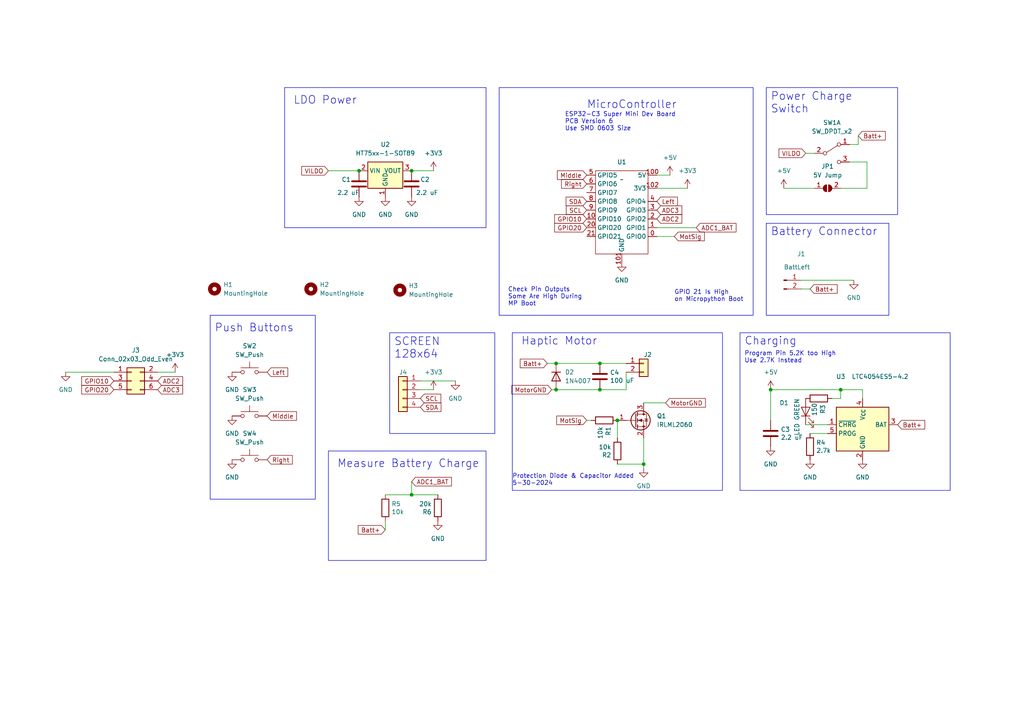
<source format=kicad_sch>
(kicad_sch (version 20230121) (generator eeschema)
  (paper "A4")
  (lib_symbols
    (symbol "00OMesp32c-micro:ESP32-C3-Micro"
      (property "Reference" "U1" (at 0 5.08 0))
      (property "Value" "~" (at 0 0 0))
      (symbol "ESP32-C3-Micro_0_1"
        (rectangle (start -7.62 2.54) (end 7.62 -21.59))
      )
      (symbol "ESP32-C3-Micro_1_1"
        (pin input line (at 10.16 -16.51 180) (length 2.54) (name "GPIO0") (number "0"))
        (pin input line (at 10.16 -13.97 180) (length 2.54) (name "GPIO1") (number "1"))
        (pin input line (at -10.16 -11.43 0) (length 2.54) (name "GPIO10") (number "10"))
        (pin input line (at 10.16 1.27 180) (length 2.54) (name "5V") (number "100"))
        (pin input line (at 0 -24.13 90) (length 2.54) (name "GND") (number "101"))
        (pin input line (at 10.16 -2.54 180) (length 2.54) (name "3V3") (number "102"))
        (pin input line (at 10.16 -11.43 180) (length 2.54) (name "GPIO2") (number "2"))
        (pin input line (at -10.16 -13.97 0) (length 2.54) (name "GPIO20") (number "20"))
        (pin input line (at -10.16 -16.51 0) (length 2.54) (name "GPIO21") (number "21"))
        (pin input line (at 10.16 -8.89 180) (length 2.54) (name "GPIO3") (number "3"))
        (pin input line (at 10.16 -6.35 180) (length 2.54) (name "GPIO4") (number "4"))
        (pin input line (at -10.16 1.27 0) (length 2.54) (name "GPIO5") (number "5"))
        (pin input line (at -10.16 -1.27 0) (length 2.54) (name "GPIO6") (number "6"))
        (pin input line (at -10.16 -3.81 0) (length 2.54) (name "GPIO7") (number "7"))
        (pin input line (at -10.16 -6.35 0) (length 2.54) (name "GPIO8") (number "8"))
        (pin input line (at -10.16 -8.89 0) (length 2.54) (name "GPIO9") (number "9"))
      )
    )
    (symbol "Battery_Management:LTC4054ES5-4.2"
      (property "Reference" "U" (at -5.842 6.604 0))
      (property "Value" "LTC4054ES5-4.2" (at 1.524 6.604 0))
      (symbol "LTC4054ES5-4.2_0_1"
        (rectangle (start -7.62 5.08) (end 7.62 -7.62) (stroke (width 0.254)) (fill (type background)))
      )
      (symbol "LTC4054ES5-4.2_1_1"
        (pin open_collector line (at -10.16 0 0) (length 2.54) (name "~{CHRG}") (number "1"))
        (pin power_in line (at 0 -10.16 90) (length 2.54) (name "GND") (number "2"))
        (pin power_out line (at 10.16 0 180) (length 2.54) (name "BAT") (number "3"))
        (pin power_in line (at 0 7.62 270) (length 2.54) (name "V_{CC}") (number "4"))
        (pin bidirectional line (at -10.16 -2.54 0) (length 2.54) (name "PROG") (number "5"))
      )
    )
    (symbol "Connector:Conn_01x02_Pin" (pin_names (offset 1.016) hide)
      (property "Reference" "J" (at 0 2.54 0))
      (property "Value" "Conn_01x02_Pin" (at 0 -5.08 0))
      (symbol "Conn_01x02_Pin_1_1"
        (polyline (pts (xy 1.27 -2.54) (xy 0.8636 -2.54)) (stroke (width 0.1524)))
        (polyline (pts (xy 1.27 0) (xy 0.8636 0)) (stroke (width 0.1524)))
        (rectangle (start 0.8636 -2.413) (end 0 -2.667) (stroke (width 0.1524)) (fill (type outline)))
        (rectangle (start 0.8636 0.127) (end 0 -0.127) (stroke (width 0.1524)) (fill (type outline)))
        (pin passive line (at 5.08 0 180) (length 3.81) (name "Pin_1") (number "1"))
        (pin passive line (at 5.08 -2.54 180) (length 3.81) (name "Pin_2") (number "2"))
      )
    )
    (symbol "Connector_Generic:Conn_01x02" (pin_names (offset 1.016) hide)
      (property "Reference" "J" (at 0 2.54 0))
      (property "Value" "Conn_01x02" (at 0 -5.08 0))
      (symbol "Conn_01x02_1_1"
        (rectangle (start -1.27 -2.413) (end 0 -2.667) (stroke (width 0.1524)))
        (rectangle (start -1.27 0.127) (end 0 -0.127) (stroke (width 0.1524)))
        (rectangle (start -1.27 1.27) (end 1.27 -3.81) (stroke (width 0.254)) (fill (type background)))
        (pin passive line (at -5.08 0 0) (length 3.81) (name "Pin_1") (number "1"))
        (pin passive line (at -5.08 -2.54 0) (length 3.81) (name "Pin_2") (number "2"))
      )
    )
    (symbol "Connector_Generic:Conn_01x04" (pin_names (offset 1.016) hide)
      (property "Reference" "J" (at 0 5.08 0))
      (property "Value" "Conn_01x04" (at 0 -7.62 0))
      (symbol "Conn_01x04_1_1"
        (rectangle (start -1.27 -4.953) (end 0 -5.207) (stroke (width 0.1524)))
        (rectangle (start -1.27 -2.413) (end 0 -2.667) (stroke (width 0.1524)))
        (rectangle (start -1.27 0.127) (end 0 -0.127) (stroke (width 0.1524)))
        (rectangle (start -1.27 2.667) (end 0 2.413) (stroke (width 0.1524)))
        (rectangle (start -1.27 3.81) (end 1.27 -6.35) (stroke (width 0.254)) (fill (type background)))
        (pin passive line (at -5.08 2.54 0) (length 3.81) (name "Pin_1") (number "1"))
        (pin passive line (at -5.08 0 0) (length 3.81) (name "Pin_2") (number "2"))
        (pin passive line (at -5.08 -2.54 0) (length 3.81) (name "Pin_3") (number "3"))
        (pin passive line (at -5.08 -5.08 0) (length 3.81) (name "Pin_4") (number "4"))
      )
    )
    (symbol "Connector_Generic:Conn_02x03_Odd_Even" (pin_names (offset 1.016) hide)
      (property "Reference" "J" (at 1.27 5.08 0))
      (property "Value" "Conn_02x03_Odd_Even" (at 1.27 -5.08 0))
      (symbol "Conn_02x03_Odd_Even_1_1"
        (rectangle (start -1.27 -2.413) (end 0 -2.667) (stroke (width 0.1524)))
        (rectangle (start -1.27 0.127) (end 0 -0.127) (stroke (width 0.1524)))
        (rectangle (start -1.27 2.667) (end 0 2.413) (stroke (width 0.1524)))
        (rectangle (start -1.27 3.81) (end 3.81 -3.81) (stroke (width 0.254)) (fill (type background)))
        (rectangle (start 3.81 -2.413) (end 2.54 -2.667) (stroke (width 0.1524)))
        (rectangle (start 3.81 0.127) (end 2.54 -0.127) (stroke (width 0.1524)))
        (rectangle (start 3.81 2.667) (end 2.54 2.413) (stroke (width 0.1524)))
        (pin passive line (at -5.08 2.54 0) (length 3.81) (name "Pin_1") (number "1"))
        (pin passive line (at 7.62 2.54 180) (length 3.81) (name "Pin_2") (number "2"))
        (pin passive line (at -5.08 0 0) (length 3.81) (name "Pin_3") (number "3"))
        (pin passive line (at 7.62 0 180) (length 3.81) (name "Pin_4") (number "4"))
        (pin passive line (at -5.08 -2.54 0) (length 3.81) (name "Pin_5") (number "5"))
        (pin passive line (at 7.62 -2.54 180) (length 3.81) (name "Pin_6") (number "6"))
      )
    )
    (symbol "Device:C" (pin_numbers hide) (pin_names (offset 0.254))
      (property "Reference" "C" (at 0.635 2.54 0))
      (property "Value" "C" (at 0.635 -2.54 0))
      (symbol "C_0_1"
        (polyline (pts (xy -2.032 -0.762) (xy 2.032 -0.762)) (stroke (width 0.508)))
        (polyline (pts (xy -2.032 0.762) (xy 2.032 0.762)) (stroke (width 0.508)))
      )
      (symbol "C_1_1"
        (pin passive line (at 0 3.81 270) (length 2.794) (name "~") (number "1"))
        (pin passive line (at 0 -3.81 90) (length 2.794) (name "~") (number "2"))
      )
    )
    (symbol "Device:LED" (pin_numbers hide) (pin_names (offset 1.016) hide)
      (property "Reference" "D" (at 0 2.54 0))
      (property "Value" "LED" (at 0 -2.54 0))
      (symbol "LED_0_1"
        (polyline (pts (xy -1.27 -1.27) (xy -1.27 1.27)) (stroke (width 0.2032)))
        (polyline (pts (xy -1.27 0) (xy 1.27 0)))
        (polyline (pts (xy 1.27 -1.27) (xy 1.27 1.27) (xy -1.27 0) (xy 1.27 -1.27)) (stroke (width 0.2032)))
        (polyline (pts (xy -3.048 -0.762) (xy -4.572 -2.286) (xy -3.81 -2.286) (xy -4.572 -2.286) (xy -4.572 -1.524)))
        (polyline (pts (xy -1.778 -0.762) (xy -3.302 -2.286) (xy -2.54 -2.286) (xy -3.302 -2.286) (xy -3.302 -1.524)))
      )
      (symbol "LED_1_1"
        (pin passive line (at -3.81 0 0) (length 2.54) (name "K") (number "1"))
        (pin passive line (at 3.81 0 180) (length 2.54) (name "A") (number "2"))
      )
    )
    (symbol "Device:R" (pin_numbers hide) (pin_names (offset 0))
      (property "Reference" "R" (at 2.032 0 90))
      (property "Value" "R" (at 0 0 90))
      (symbol "R_0_1"
        (rectangle (start -1.016 -2.54) (end 1.016 2.54) (stroke (width 0.254)))
      )
      (symbol "R_1_1"
        (pin passive line (at 0 3.81 270) (length 1.27) (name "~") (number "1"))
        (pin passive line (at 0 -3.81 90) (length 1.27) (name "~") (number "2"))
      )
    )
    (symbol "Diode:1N4007" (pin_numbers hide) (pin_names hide)
      (property "Reference" "D" (at 0 2.54 0))
      (property "Value" "1N4007" (at 0 -2.54 0))
      (symbol "1N4007_0_1"
        (polyline (pts (xy -1.27 1.27) (xy -1.27 -1.27)) (stroke (width 0.254)))
        (polyline (pts (xy 1.27 0) (xy -1.27 0)))
        (polyline (pts (xy 1.27 1.27) (xy 1.27 -1.27) (xy -1.27 0) (xy 1.27 1.27)) (stroke (width 0.254)))
      )
      (symbol "1N4007_1_1"
        (pin passive line (at -3.81 0 0) (length 2.54) (name "K") (number "1"))
        (pin passive line (at 3.81 0 180) (length 2.54) (name "A") (number "2"))
      )
    )
    (symbol "Jumper:SolderJumper_2_Open" (pin_names (offset 0) hide)
      (property "Reference" "JP" (at 0 2.032 0))
      (property "Value" "SolderJumper_2_Open" (at 0 -2.54 0))
      (symbol "SolderJumper_2_Open_0_1"
        (arc (start -0.254 1.016) (mid -1.2656 0) (end -0.254 -1.016))
        (arc (start -0.254 1.016) (mid -1.2656 0) (end -0.254 -1.016) (fill (type outline)))
        (polyline (pts (xy -0.254 1.016) (xy -0.254 -1.016)))
        (polyline (pts (xy 0.254 1.016) (xy 0.254 -1.016)))
        (arc (start 0.254 -1.016) (mid 1.2656 0) (end 0.254 1.016))
        (arc (start 0.254 -1.016) (mid 1.2656 0) (end 0.254 1.016) (fill (type outline)))
      )
      (symbol "SolderJumper_2_Open_1_1"
        (pin passive line (at -3.81 0 0) (length 2.54) (name "A") (number "1"))
        (pin passive line (at 3.81 0 180) (length 2.54) (name "B") (number "2"))
      )
    )
    (symbol "Mechanical:MountingHole" (pin_names (offset 1.016))
      (property "Reference" "H" (at 0 5.08 0))
      (property "Value" "MountingHole" (at 0 3.175 0))
      (symbol "MountingHole_0_1"
        (circle (center 0 0) (radius 1.27) (stroke (width 1.27)))
      )
    )
    (symbol "Regulator_Linear:HT75xx-1-SOT89"
      (property "Reference" "U" (at -5.08 -3.81 0))
      (property "Value" "HT75xx-1-SOT89" (at 0 6.35 0))
      (symbol "HT75xx-1-SOT89_0_1"
        (rectangle (start -5.08 5.08) (end 5.08 -2.54) (stroke (width 0.254)) (fill (type background)))
      )
      (symbol "HT75xx-1-SOT89_1_1"
        (pin power_in line (at 0 -5.08 90) (length 2.54) (name "GND") (number "1"))
        (pin power_in line (at -7.62 2.54 0) (length 2.54) (name "VIN") (number "2"))
        (pin power_out line (at 7.62 2.54 180) (length 2.54) (name "VOUT") (number "3"))
      )
    )
    (symbol "Switch:SW_DPDT_x2" (pin_names (offset 0) hide)
      (property "Reference" "SW" (at 0 4.318 0))
      (property "Value" "SW_DPDT_x2" (at 0 -5.08 0))
      (symbol "SW_DPDT_x2_0_0"
        (circle (center -2.032 0) (radius 0.508))
        (circle (center 2.032 -2.54) (radius 0.508))
      )
      (symbol "SW_DPDT_x2_0_1"
        (polyline (pts (xy -1.524 0.254) (xy 1.651 2.286)))
        (circle (center 2.032 2.54) (radius 0.508))
      )
      (symbol "SW_DPDT_x2_1_1"
        (pin passive line (at 5.08 2.54 180) (length 2.54) (name "A") (number "1"))
        (pin passive line (at -5.08 0 0) (length 2.54) (name "B") (number "2"))
        (pin passive line (at 5.08 -2.54 180) (length 2.54) (name "C") (number "3"))
      )
      (symbol "SW_DPDT_x2_2_1"
        (pin passive line (at 5.08 2.54 180) (length 2.54) (name "A") (number "4"))
        (pin passive line (at -5.08 0 0) (length 2.54) (name "B") (number "5"))
        (pin passive line (at 5.08 -2.54 180) (length 2.54) (name "C") (number "6"))
      )
    )
    (symbol "Switch:SW_Push" (pin_numbers hide) (pin_names (offset 1.016) hide)
      (property "Reference" "SW" (at 1.27 2.54 0))
      (property "Value" "SW_Push" (at 0 -1.524 0))
      (symbol "SW_Push_0_1"
        (circle (center -2.032 0) (radius 0.508))
        (polyline (pts (xy 0 1.27) (xy 0 3.048)))
        (polyline (pts (xy 2.54 1.27) (xy -2.54 1.27)))
        (circle (center 2.032 0) (radius 0.508))
        (pin passive line (at -5.08 0 0) (length 2.54) (name "1") (number "1"))
        (pin passive line (at 5.08 0 180) (length 2.54) (name "2") (number "2"))
      )
    )
    (symbol "Transistor_FET:IRLML2060" (pin_names hide)
      (property "Reference" "Q" (at 5.08 1.905 0))
      (property "Value" "IRLML2060" (at 5.08 0 0))
      (symbol "IRLML2060_0_1"
        (polyline (pts (xy 0.254 0) (xy -2.54 0)))
        (polyline (pts (xy 0.254 1.905) (xy 0.254 -1.905)) (stroke (width 0.254)))
        (polyline (pts (xy 0.762 -1.27) (xy 0.762 -2.286)) (stroke (width 0.254)))
        (polyline (pts (xy 0.762 0.508) (xy 0.762 -0.508)) (stroke (width 0.254)))
        (polyline (pts (xy 0.762 2.286) (xy 0.762 1.27)) (stroke (width 0.254)))
        (polyline (pts (xy 2.54 2.54) (xy 2.54 1.778)))
        (polyline (pts (xy 2.54 -2.54) (xy 2.54 0) (xy 0.762 0)))
        (polyline (pts (xy 0.762 -1.778) (xy 3.302 -1.778) (xy 3.302 1.778) (xy 0.762 1.778)))
        (polyline (pts (xy 1.016 0) (xy 2.032 0.381) (xy 2.032 -0.381) (xy 1.016 0)) (fill (type outline)))
        (polyline (pts (xy 2.794 0.508) (xy 2.921 0.381) (xy 3.683 0.381) (xy 3.81 0.254)))
        (polyline (pts (xy 3.302 0.381) (xy 2.921 -0.254) (xy 3.683 -0.254) (xy 3.302 0.381)))
        (circle (center 1.651 0) (radius 2.794) (stroke (width 0.254)))
        (circle (center 2.54 -1.778) (radius 0.254) (fill (type outline)))
        (circle (center 2.54 1.778) (radius 0.254) (fill (type outline)))
      )
      (symbol "IRLML2060_1_1"
        (pin input line (at -5.08 0 0) (length 2.54) (name "G") (number "1"))
        (pin passive line (at 2.54 -5.08 90) (length 2.54) (name "S") (number "2"))
        (pin passive line (at 2.54 5.08 270) (length 2.54) (name "D") (number "3"))
      )
    )
    (symbol "power:+3V3" (power) (pin_names (offset 0))
      (property "Value" "+3V3" (at 0 3.556 0))
      (symbol "+3V3_0_1"
        (polyline (pts (xy -0.762 1.27) (xy 0 2.54)))
        (polyline (pts (xy 0 0) (xy 0 2.54)))
        (polyline (pts (xy 0 2.54) (xy 0.762 1.27)))
      )
      (symbol "+3V3_1_1"
        (pin power_in line (at 0 0 90) (length 0) hide (name "+3V3") (number "1"))
      )
    )
    (symbol "power:+5V" (power) (pin_names (offset 0))
      (property "Value" "+5V" (at 0 3.556 0))
      (symbol "+5V_0_1"
        (polyline (pts (xy -0.762 1.27) (xy 0 2.54)))
        (polyline (pts (xy 0 0) (xy 0 2.54)))
        (polyline (pts (xy 0 2.54) (xy 0.762 1.27)))
      )
      (symbol "+5V_1_1"
        (pin power_in line (at 0 0 90) (length 0) hide (name "+5V") (number "1"))
      )
    )
    (symbol "power:GND" (power) (pin_names (offset 0))
      (property "Value" "GND" (at 0 -3.81 0))
      (symbol "GND_0_1"
        (polyline (pts (xy 0 0) (xy 0 -1.27) (xy 1.27 -1.27) (xy 0 -2.54) (xy -1.27 -1.27) (xy 0 -1.27)))
      )
      (symbol "GND_1_1"
        (pin power_in line (at 0 0 270) (length 0) hide (name "GND") (number "1"))
      )
    )
  )
  (junction (at 243.84 113.03))
  (junction (at 186.69 134.62))
  (junction (at 179.07 121.92))
  (junction (at 161.29 105.41))
  (junction (at 119.38 143.51))
  (junction (at 223.52 113.03))
  (junction (at 161.29 113.03))
  (junction (at 173.99 113.03))
  (junction (at 119.38 49.53))
  (junction (at 173.99 105.41))
  (junction (at 104.14 49.53))
  (wire (pts (xy 250.19 113.03) (xy 250.19 115.57)))
  (wire (pts (xy 195.58 68.58) (xy 190.5 68.58)))
  (wire (pts (xy 171.45 121.92) (xy 170.18 121.92)))
  (wire (pts (xy 241.3 115.57) (xy 243.84 115.57)))
  (wire (pts (xy 251.46 46.99) (xy 246.38 46.99)))
  (wire (pts (xy 193.04 116.84) (xy 186.69 116.84)))
  (wire (pts (xy 179.07 127) (xy 179.07 121.92)))
  (wire (pts (xy 161.29 105.41) (xy 173.99 105.41)))
  (wire (pts (xy 179.07 134.62) (xy 186.69 134.62)))
  (wire (pts (xy 161.29 113.03) (xy 160.02 113.03)))
  (wire (pts (xy 111.76 153.67) (xy 111.76 151.13)))
  (wire (pts (xy 233.68 123.19) (xy 240.03 123.19)))
  (wire (pts (xy 119.38 143.51) (xy 127 143.51)))
  (wire (pts (xy 181.61 107.95) (xy 181.61 113.03)))
  (wire (pts (xy 234.95 83.82) (xy 232.41 83.82)))
  (wire (pts (xy 19.05 107.95) (xy 33.02 107.95)))
  (wire (pts (xy 232.41 81.28) (xy 247.65 81.28)))
  (wire (pts (xy 233.68 44.45) (xy 236.22 44.45)))
  (wire (pts (xy 186.69 135.89) (xy 186.69 134.62)))
  (wire (pts (xy 181.61 113.03) (xy 173.99 113.03)))
  (wire (pts (xy 248.92 41.91) (xy 246.38 41.91)))
  (wire (pts (xy 132.08 110.49) (xy 121.92 110.49)))
  (wire (pts (xy 173.99 105.41) (xy 181.61 105.41)))
  (wire (pts (xy 119.38 139.7) (xy 119.38 143.51)))
  (wire (pts (xy 199.39 54.61) (xy 190.5 54.61)))
  (wire (pts (xy 243.84 115.57) (xy 243.84 113.03)))
  (wire (pts (xy 125.73 113.03) (xy 121.92 113.03)))
  (wire (pts (xy 95.25 49.53) (xy 104.14 49.53)))
  (wire (pts (xy 111.76 143.51) (xy 119.38 143.51)))
  (wire (pts (xy 251.46 46.99) (xy 251.46 54.61)))
  (wire (pts (xy 243.84 113.03) (xy 250.19 113.03)))
  (wire (pts (xy 227.33 54.61) (xy 236.22 54.61)))
  (wire (pts (xy 186.69 134.62) (xy 186.69 127)))
  (wire (pts (xy 201.93 66.04) (xy 190.5 66.04)))
  (wire (pts (xy 248.92 39.37) (xy 248.92 41.91)))
  (wire (pts (xy 194.31 50.8) (xy 190.5 50.8)))
  (wire (pts (xy 125.73 49.53) (xy 119.38 49.53)))
  (wire (pts (xy 158.75 105.41) (xy 161.29 105.41)))
  (wire (pts (xy 50.8 107.95) (xy 45.72 107.95)))
  (wire (pts (xy 234.95 125.73) (xy 240.03 125.73)))
  (wire (pts (xy 223.52 113.03) (xy 243.84 113.03)))
  (wire (pts (xy 173.99 113.03) (xy 161.29 113.03)))
  (wire (pts (xy 251.46 54.61) (xy 243.84 54.61)))
  (wire (pts (xy 223.52 121.92) (xy 223.52 113.03)))
  (rectangle (start 95.25 130.81) (end 140.97 162.56))
  (rectangle (start 222.25 64.77) (end 257.81 91.44))
  (rectangle (start 82.55 25.4) (end 140.97 66.04))
  (rectangle (start 148.59 96.52) (end 209.55 142.24))
  (rectangle (start 222.25 25.4) (end 260.35 62.23))
  (rectangle (start 60.96 91.44) (end 91.44 144.78))
  (rectangle (start 113.03 96.52) (end 143.51 125.73))
  (rectangle (start 214.63 96.52) (end 275.59 142.24))
  (rectangle (start 144.78 25.4) (end 218.44 91.44))
  (text "Measure Battery Charge" (at 97.79 135.89 0) (effects (font (size 2.27 2.27)) (justify left bottom)))
  (text "Check Pin Outputs\nSome Are High During\nMP Boot" (at 147.32 88.9 0) (effects (font (size 1.27 1.27)) (justify left bottom)))
  (text "Protection Diode & Capacitor Added\n5-30-2024" (at 148.59 140.97 0) (effects (font (size 1.27 1.27)) (justify left bottom)))
  (text "GPIO 21 Is High\non Micropython Boot" (at 195.58 87.63 0) (effects (font (size 1.27 1.27)) (justify left bottom)))
  (text "LDO Power" (at 85.09 30.48 0) (effects (font (size 2.27 2.27)) (justify left bottom)))
  (text "Haptic Motor" (at 151.13 100.33 0) (effects (font (size 2.27 2.27)) (justify left bottom)))
  (text "Battery Connector" (at 223.52 68.58 0) (effects (font (size 2.27 2.27)) (justify left bottom)))
  (text "Power Charge\nSwitch" (at 223.52 33.02 0) (effects (font (size 2.27 2.27)) (justify left bottom)))
  (text "Charging\n" (at 215.9 100.33 0) (effects (font (size 2.27 2.27)) (justify left bottom)))
  (text "Push Buttons" (at 62.23 96.52 0) (effects (font (size 2.27 2.27)) (justify left bottom)))
  (text "Program Pin 5.2K too High\nUse 2.7K Instead\n" (at 215.9 105.41 0) (effects (font (size 1.27 1.27)) (justify left bottom)))
  (text "SCREEN\n128x64" (at 114.3 104.14 0) (effects (font (size 2.27 2.27)) (justify left bottom)))
  (text "MicroController" (at 170.18 31.75 0) (effects (font (size 2.27 2.27)) (justify left bottom)))
  (text "ESP32-C3 Super Mini Dev Board\nPCB Version 6\nUse SMD 0603 Size" (at 163.83 38.1 0) (effects (font (size 1.27 1.27)) (justify left bottom)))
  (global_label "SDA" (shape input) (at 121.92 118.11 0) (property "Intersheetrefs" "${INTERSHEET_REFS}" (effects hide)))
  (global_label "Batt+" (shape input) (at 158.75 105.41 180) (property "Intersheetrefs" "${INTERSHEET_REFS}" (effects hide)))
  (global_label "Left" (shape input) (at 190.5 58.42 0) (property "Intersheetrefs" "${INTERSHEET_REFS}" (effects hide)))
  (global_label "SCL" (shape input) (at 121.92 115.57 0) (property "Intersheetrefs" "${INTERSHEET_REFS}" (effects hide)))
  (global_label "GPIO10" (shape input) (at 33.02 110.49 180) (property "Intersheetrefs" "${INTERSHEET_REFS}" (effects hide)))
  (global_label "ADC1_BAT" (shape input) (at 119.38 139.7 0) (property "Intersheetrefs" "${INTERSHEET_REFS}" (effects hide)))
  (global_label "Middle" (shape input) (at 170.18 50.8 180) (property "Intersheetrefs" "${INTERSHEET_REFS}" (effects hide)))
  (global_label "ADC2" (shape input) (at 45.72 110.49 0) (property "Intersheetrefs" "${INTERSHEET_REFS}" (effects hide)))
  (global_label "VILDO" (shape input) (at 95.25 49.53 180) (property "Intersheetrefs" "${INTERSHEET_REFS}" (effects hide)))
  (global_label "ADC3" (shape input) (at 190.5 60.96 0) (property "Intersheetrefs" "${INTERSHEET_REFS}" (effects hide)))
  (global_label "ADC3" (shape input) (at 45.72 113.03 0) (property "Intersheetrefs" "${INTERSHEET_REFS}" (effects hide)))
  (global_label "Left" (shape input) (at 77.47 107.95 0) (property "Intersheetrefs" "${INTERSHEET_REFS}" (effects hide)))
  (global_label "Batt+" (shape input) (at 234.95 83.82 0) (property "Intersheetrefs" "${INTERSHEET_REFS}" (effects hide)))
  (global_label "MotSig" (shape input) (at 170.18 121.92 180) (property "Intersheetrefs" "${INTERSHEET_REFS}" (effects hide)))
  (global_label "Batt+" (shape input) (at 111.76 153.67 180) (property "Intersheetrefs" "${INTERSHEET_REFS}" (effects hide)))
  (global_label "ADC1_BAT" (shape input) (at 201.93 66.04 0) (property "Intersheetrefs" "${INTERSHEET_REFS}" (effects hide)))
  (global_label "GPIO10" (shape input) (at 170.18 63.5 180) (property "Intersheetrefs" "${INTERSHEET_REFS}" (effects hide)))
  (global_label "Right" (shape input) (at 170.18 53.34 180) (property "Intersheetrefs" "${INTERSHEET_REFS}" (effects hide)))
  (global_label "Right" (shape input) (at 77.47 133.35 0) (property "Intersheetrefs" "${INTERSHEET_REFS}" (effects hide)))
  (global_label "Middle" (shape input) (at 77.47 120.65 0) (property "Intersheetrefs" "${INTERSHEET_REFS}" (effects hide)))
  (global_label "MotorGND" (shape input) (at 193.04 116.84 0) (property "Intersheetrefs" "${INTERSHEET_REFS}" (effects hide)))
  (global_label "Batt+" (shape input) (at 248.92 39.37 0) (property "Intersheetrefs" "${INTERSHEET_REFS}" (effects hide)))
  (global_label "GPIO20" (shape input) (at 33.02 113.03 180) (property "Intersheetrefs" "${INTERSHEET_REFS}" (effects hide)))
  (global_label "ADC2" (shape input) (at 190.5 63.5 0) (property "Intersheetrefs" "${INTERSHEET_REFS}" (effects hide)))
  (global_label "MotSig" (shape input) (at 195.58 68.58 0) (property "Intersheetrefs" "${INTERSHEET_REFS}" (effects hide)))
  (global_label "SDA" (shape input) (at 170.18 58.42 180) (property "Intersheetrefs" "${INTERSHEET_REFS}" (effects hide)))
  (global_label "GPIO20" (shape input) (at 170.18 66.04 180) (property "Intersheetrefs" "${INTERSHEET_REFS}" (effects hide)))
  (global_label "MotorGND" (shape input) (at 160.02 113.03 180) (property "Intersheetrefs" "${INTERSHEET_REFS}" (effects hide)))
  (global_label "Batt+" (shape input) (at 260.35 123.19 0) (property "Intersheetrefs" "${INTERSHEET_REFS}" (effects hide)))
  (global_label "VILDO" (shape input) (at 233.68 44.45 180) (property "Intersheetrefs" "${INTERSHEET_REFS}" (effects hide)))
  (global_label "SCL" (shape input) (at 170.18 60.96 180) (property "Intersheetrefs" "${INTERSHEET_REFS}" (effects hide)))
  (symbol (lib_id "Device:R") (at 175.26 121.92 270) (unit 1)
    (property "Reference" "R1" (at 176.4284 123.698 0) (effects (justify left)))
    (property "Value" "10k" (at 174.117 123.698 0) (effects (justify left)))
    (property "Footprint" "Resistor_SMD:R_0603_1608Metric" (effects hide))
    (property "JLCPN" "C25744" (effects hide))
  )
  (symbol (lib_id "power:GND") (at 234.95 133.35 0) (unit 1)
    (property "Reference" "#PWR08" (effects hide))
    (property "Value" "GND" (at 234.95 138.43 0))
  )
  (symbol (lib_id "Device:C") (at 223.52 125.73 180) (unit 1)
    (property "Reference" "C3" (at 226.441 124.5616 0) (effects (justify right)))
    (property "Value" "2.2 uF" (at 226.441 126.873 0) (effects (justify right)))
    (property "Footprint" "Capacitor_SMD:C_0603_1608Metric" (effects hide))
    (property "JLCPN" "C12530" (effects hide))
  )
  (symbol (lib_id "Device:R") (at 234.95 129.54 0) (unit 1)
    (property "Reference" "R4" (at 236.728 128.3716 0) (effects (justify left)))
    (property "Value" "2.7k" (at 236.728 130.683 0) (effects (justify left)))
    (property "Footprint" "Resistor_SMD:R_0603_1608Metric" (effects hide))
    (property "JLCPN" "C25905" (effects hide))
  )
  (symbol (lib_id "power:GND") (at 180.34 76.2 0) (unit 1)
    (property "Reference" "#PWR020" (effects hide))
    (property "Value" "GND" (at 180.34 81.28 0))
  )
  (symbol (lib_id "Device:LED") (at 233.68 119.38 90) (unit 1)
    (property "Reference" "D1" (at 226.06 116.84 90) (effects (justify right)))
    (property "Value" "LED GREEN" (at 231.14 115.57 0) (effects (justify right)))
    (property "Footprint" "LED_SMD:LED_0805_2012Metric" (effects hide))
    (property "JLCPN" "C72043" (effects hide))
  )
  (symbol (lib_id "Device:C") (at 104.14 53.34 180) (unit 1)
    (property "Reference" "C1" (at 99.06 52.07 0) (effects (justify right)))
    (property "Value" "2.2 uF" (at 97.79 55.88 0) (effects (justify right)))
    (property "Footprint" "Capacitor_SMD:C_0603_1608Metric" (effects hide))
    (property "JLCPN" "C12530" (effects hide))
  )
  (symbol (lib_id "power:+3V3") (at 50.8 107.95 0) (unit 1)
    (property "Reference" "#PWR011" (effects hide))
    (property "Value" "+3V3" (at 50.8 102.87 0))
  )
  (symbol (lib_id "power:GND") (at 223.52 129.54 0) (unit 1)
    (property "Reference" "#PWR014" (effects hide))
    (property "Value" "GND" (at 223.52 134.62 0))
  )
  (symbol (lib_id "Device:R") (at 179.07 130.81 180) (unit 1)
    (property "Reference" "R2" (at 177.292 131.9784 0) (effects (justify left)))
    (property "Value" "10k" (at 177.292 129.667 0) (effects (justify left)))
    (property "Footprint" "Resistor_SMD:R_0603_1608Metric" (effects hide))
    (property "JLCPN" "C25744" (effects hide))
  )
  (symbol (lib_id "power:GND") (at 250.19 133.35 0) (unit 1)
    (property "Reference" "#PWR012" (effects hide))
    (property "Value" "GND" (at 250.19 138.43 0))
  )
  (symbol (lib_id "Device:R") (at 237.49 115.57 270) (unit 1)
    (property "Reference" "R3" (at 238.6584 117.348 0) (effects (justify left)))
    (property "Value" "150" (at 236.22 116.84 0) (effects (justify left)))
    (property "Footprint" "Resistor_SMD:R_0603_1608Metric" (effects hide))
    (property "JLCPN" "C4109" (effects hide))
  )
  (symbol (lib_id "power:GND") (at 19.05 107.95 0) (unit 1)
    (property "Reference" "#PWR02" (effects hide))
    (property "Value" "GND" (at 19.05 113.03 0))
  )
  (symbol (lib_id "Connector_Generic:Conn_02x03_Odd_Even") (at 38.1 110.49 0) (unit 1)
    (property "Reference" "J3" (at 39.37 101.6 0))
    (property "Value" "Conn_02x03_Odd_Even" (at 39.37 104.14 0))
    (property "Footprint" "Connector_PinHeader_2.54mm:PinHeader_2x03_P2.54mm_Vertical" (effects hide))
  )
  (symbol (lib_id "power:+3V3") (at 125.73 113.03 0) (unit 1)
    (property "Reference" "#PWR05" (effects hide))
    (property "Value" "+3V3" (at 125.73 107.95 0))
  )
  (symbol (lib_id "Battery_Management:LTC4054ES5-4.2") (at 250.19 123.19 0) (unit 1)
    (property "Reference" "U3" (at 243.84 109.22 0))
    (property "Value" "LTC4054ES5-4.2" (at 255.27 109.22 0))
    (property "Footprint" "Package_TO_SOT_SMD:TSOT-23-5" (effects hide))
    (property "Datasheet" "https://www.analog.com/media/en/technical-documentation/data-sheets/405442xf.pdf" (effects hide))
  )
  (symbol (lib_id "power:GND") (at 67.31 133.35 0) (unit 1)
    (property "Reference" "#PWR017" (effects hide))
    (property "Value" "GND" (at 67.31 138.43 0))
  )
  (symbol (lib_id "power:+3V3") (at 199.39 54.61 0) (unit 1)
    (property "Reference" "#PWR021" (effects hide))
    (property "Value" "+3V3" (at 199.39 49.53 0))
  )
  (symbol (lib_id "power:GND") (at 67.31 120.65 0) (unit 1)
    (property "Reference" "#PWR016" (effects hide))
    (property "Value" "GND" (at 67.31 125.73 0))
  )
  (symbol (lib_id "power:GND") (at 119.38 57.15 0) (unit 1)
    (property "Reference" "#PWR09" (effects hide))
    (property "Value" "GND" (at 119.38 62.23 0))
  )
  (symbol (lib_id "Mechanical:MountingHole") (at 90.17 83.82 0) (unit 1)
    (property "Reference" "H2" (at 92.71 82.55 0) (effects (justify left)))
    (property "Value" "MountingHole" (at 92.71 85.09 0) (effects (justify left)))
    (property "Footprint" "MountingHole:MountingHole_2.5mm" (effects hide))
  )
  (symbol (lib_id "Connector_Generic:Conn_01x02") (at 186.69 105.41 0) (unit 1)
    (property "Reference" "J2" (at 186.69 102.87 0) (effects (justify left)))
    (property "Value" "Conn_01x02" (effects hide))
    (property "Footprint" "Connector_PinHeader_2.00mm:PinHeader_1x02_P2.00mm_Vertical" (effects hide))
  )
  (symbol (lib_id "power:GND") (at 67.31 107.95 0) (unit 1)
    (property "Reference" "#PWR015" (effects hide))
    (property "Value" "GND" (at 67.31 113.03 0))
  )
  (symbol (lib_id "Device:C") (at 119.38 53.34 180) (unit 1)
    (property "Reference" "C2" (at 121.92 52.07 0) (effects (justify right)))
    (property "Value" "2.2 uF" (at 120.65 55.88 0) (effects (justify right)))
    (property "Footprint" "Capacitor_SMD:C_0603_1608Metric" (effects hide))
    (property "JLCPN" "C12530" (effects hide))
  )
  (symbol (lib_id "Connector:Conn_01x02_Pin") (at 227.33 81.28 0) (unit 1)
    (property "Reference" "J1" (at 232.41 73.66 0))
    (property "Value" "BattLeft" (at 231.14 77.47 0))
    (property "Footprint" "Connector_JST:JST_EH_S2B-EH_1x02_P2.50mm_Horizontal" (effects hide))
  )
  (symbol (lib_id "Mechanical:MountingHole") (at 115.9802 84.145 0) (unit 1)
    (property "Reference" "H3" (at 118.5202 82.875 0) (effects (justify left)))
    (property "Value" "MountingHole" (at 118.5202 85.415 0) (effects (justify left)))
    (property "Footprint" "MountingHole:MountingHole_2.5mm" (effects hide))
  )
  (symbol (lib_id "power:+5V") (at 223.52 113.03 0) (unit 1)
    (property "Reference" "#PWR013" (effects hide))
    (property "Value" "+5V" (at 223.52 107.95 0))
  )
  (symbol (lib_id "Device:C") (at 173.99 109.22 180) (unit 1)
    (property "Reference" "C4" (at 176.911 108.0516 0) (effects (justify right)))
    (property "Value" "100 uF" (at 176.911 110.363 0) (effects (justify right)))
    (property "Footprint" "Capacitor_SMD:C_0603_1608Metric" (effects hide))
    (property "JLCPN" "C12530" (effects hide))
  )
  (symbol (lib_id "Mechanical:MountingHole") (at 62.23 83.82 0) (unit 1)
    (property "Reference" "H1" (at 64.77 82.55 0) (effects (justify left)))
    (property "Value" "MountingHole" (at 64.77 85.09 0) (effects (justify left)))
    (property "Footprint" "MountingHole:MountingHole_2.5mm" (effects hide))
  )
  (symbol (lib_id "power:GND") (at 186.69 135.89 0) (unit 1)
    (property "Reference" "#PWR022" (effects hide))
    (property "Value" "GND" (at 186.69 140.97 0))
  )
  (symbol (lib_id "Switch:SW_Push") (at 72.39 107.95 0) (unit 1)
    (property "Reference" "SW2" (at 72.39 100.33 0))
    (property "Value" "SW_Push" (at 72.39 102.87 0))
    (property "Footprint" "Button_Switch_THT:SW_PUSH_6mm_H7.3mm" (effects hide))
  )
  (symbol (lib_id "Switch:SW_DPDT_x2") (at 241.3 44.45 0) (unit 1)
    (property "Reference" "SW1" (at 241.3 35.56 0))
    (property "Value" "SW_DPDT_x2" (at 241.3 38.1 0))
    (property "Footprint" "OpenMuscleDevKit:Switch3Pin" (effects hide))
  )
  (symbol (lib_id "power:GND") (at 132.08 110.49 0) (unit 1)
    (property "Reference" "#PWR018" (effects hide))
    (property "Value" "GND" (at 132.08 115.57 0))
  )
  (symbol (lib_id "Switch:SW_Push") (at 72.39 133.35 0) (unit 1)
    (property "Reference" "SW4" (at 72.39 125.73 0))
    (property "Value" "SW_Push" (at 72.39 128.27 0))
    (property "Footprint" "Button_Switch_THT:SW_PUSH_6mm_H7.3mm" (effects hide))
  )
  (symbol (lib_id "power:GND") (at 104.14 57.15 0) (unit 1)
    (property "Reference" "#PWR04" (effects hide))
    (property "Value" "GND" (at 104.14 62.23 0))
  )
  (symbol (lib_id "00OMesp32c-micro:ESP32-C3-Micro") (at 180.34 52.07 0) (unit 1)
    (property "Reference" "U1" (at 180.34 46.99 0))
    (property "Value" "~" (at 180.34 52.07 0))
    (property "Footprint" "OpenMuscleDevKit:ESP32-C3-Super Mini" (effects hide))
  )
  (symbol (lib_id "Switch:SW_Push") (at 72.39 120.65 0) (unit 1)
    (property "Reference" "SW3" (at 72.39 113.03 0))
    (property "Value" "SW_Push" (at 72.39 115.57 0))
    (property "Footprint" "Button_Switch_THT:SW_PUSH_6mm_H7.3mm" (effects hide))
  )
  (symbol (lib_id "power:GND") (at 247.65 81.28 0) (unit 1)
    (property "Reference" "#PWR01" (effects hide))
    (property "Value" "GND" (at 247.65 86.36 0))
  )
  (symbol (lib_id "Device:R") (at 127 147.32 180) (unit 1)
    (property "Reference" "R6" (at 125.222 148.4884 0) (effects (justify left)))
    (property "Value" "20k" (at 125.222 146.177 0) (effects (justify left)))
    (property "Footprint" "Resistor_SMD:R_0603_1608Metric" (effects hide))
    (property "JLCPN" "C4109" (effects hide))
  )
  (symbol (lib_id "Device:R") (at 111.76 147.32 0) (unit 1)
    (property "Reference" "R5" (at 113.538 146.1516 0) (effects (justify left)))
    (property "Value" "10k" (at 113.538 148.463 0) (effects (justify left)))
    (property "Footprint" "Resistor_SMD:R_0603_1608Metric" (effects hide))
    (property "JLCPN" "C4109" (effects hide))
  )
  (symbol (lib_id "Jumper:SolderJumper_2_Open") (at 240.03 54.61 0) (unit 1)
    (property "Reference" "JP1" (at 240.03 48.26 0))
    (property "Value" "5V Jump" (at 240.03 50.8 0))
    (property "Footprint" "Jumper:SolderJumper-2_P1.3mm_Open_Pad1.0x1.5mm" (effects hide))
  )
  (symbol (lib_id "power:+5V") (at 227.33 54.61 0) (unit 1)
    (property "Reference" "#PWR03" (effects hide))
    (property "Value" "+5V" (at 227.33 49.53 0))
  )
  (symbol (lib_id "Diode:1N4007") (at 161.29 109.22 270) (unit 1)
    (property "Reference" "D2" (at 163.83 107.95 90) (effects (justify left)))
    (property "Value" "1N4007" (at 163.83 110.49 90) (effects (justify left)))
    (property "Footprint" "Diode_SMD:D_SOD-123" (effects hide))
    (property "Datasheet" "http://www.vishay.com/docs/88503/1n4001.pdf" (effects hide))
    (property "Sim.Device" "D" (effects hide))
    (property "Sim.Pins" "1=K 2=A" (effects hide))
  )
  (symbol (lib_id "Transistor_FET:IRLML2060") (at 184.15 121.92 0) (unit 1)
    (property "Reference" "Q1" (at 190.5 120.65 0) (effects (justify left)))
    (property "Value" "IRLML2060" (at 190.5 123.19 0) (effects (justify left)))
    (property "Footprint" "Package_TO_SOT_SMD:SOT-23" (effects hide))
    (property "Datasheet" "https://www.infineon.com/dgdl/irlml2060pbf.pdf?fileId=5546d462533600a401535664b7fb25ee" (effects hide))
  )
  (symbol (lib_id "Connector_Generic:Conn_01x04") (at 116.84 113.03 0) (mirror y) (unit 1)
    (property "Reference" "J4" (at 118.11 107.95 0) (effects (justify left)))
    (property "Value" "Conn_01x04" (effects hide))
    (property "Footprint" "Connector_PinHeader_2.54mm:PinHeader_1x04_P2.54mm_Vertical" (effects hide))
  )
  (symbol (lib_id "Regulator_Linear:HT75xx-1-SOT89") (at 111.76 52.07 0) (unit 1)
    (property "Reference" "U2" (at 111.76 41.91 0))
    (property "Value" "HT75xx-1-SOT89" (at 111.76 44.45 0))
    (property "Footprint" "Package_TO_SOT_SMD:SOT-89-3" (effects hide))
    (property "Datasheet" "https://www.holtek.com/documents/10179/116711/HT75xx-1v250.pdf" (effects hide))
  )
  (symbol (lib_id "power:GND") (at 111.76 57.15 0) (unit 1)
    (property "Reference" "#PWR07" (effects hide))
    (property "Value" "GND" (at 111.76 62.23 0))
  )
  (symbol (lib_id "power:+5V") (at 194.31 50.8 0) (unit 1)
    (property "Reference" "#PWR06" (effects hide))
    (property "Value" "+5V" (at 194.31 45.72 0))
  )
  (symbol (lib_id "power:+3V3") (at 125.73 49.53 0) (unit 1)
    (property "Reference" "#PWR010" (effects hide))
    (property "Value" "+3V3" (at 125.73 44.45 0))
  )
  (symbol (lib_id "power:GND") (at 127 151.13 0) (unit 1)
    (property "Reference" "#PWR019" (effects hide))
    (property "Value" "GND" (at 127 156.21 0))
  )
)
</source>
